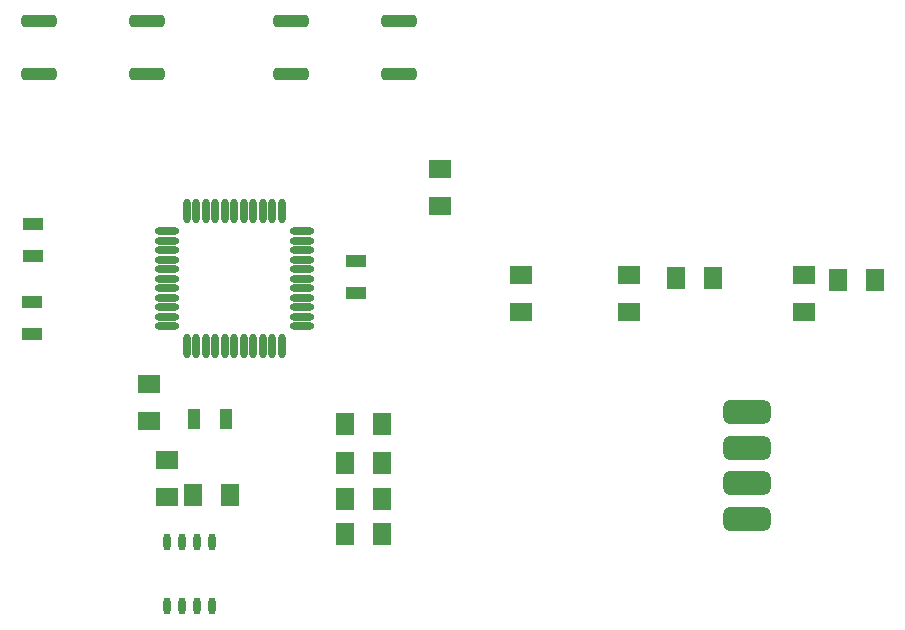
<source format=gtp>
%FSTAX24Y24*%
%MOIN*%
%SFA1B1*%

%IPPOS*%
%AMD10*
4,1,8,-0.059000,-0.039300,0.059000,-0.039300,0.078700,-0.019600,0.078700,0.019600,0.059000,0.039300,-0.059000,0.039300,-0.078700,0.019600,-0.078700,-0.019600,-0.059000,-0.039300,0.0*
1,1,0.039400,-0.059000,-0.019600*
1,1,0.039400,0.059000,-0.019600*
1,1,0.039400,0.059000,0.019600*
1,1,0.039400,-0.059000,0.019600*
%
%AMD18*
4,1,8,-0.049200,-0.019700,0.049200,-0.019700,0.059000,-0.009900,0.059000,0.009900,0.049200,0.019700,-0.049200,0.019700,-0.059000,0.009900,-0.059000,-0.009900,-0.049200,-0.019700,0.0*
1,1,0.019600,-0.049200,-0.009900*
1,1,0.019600,0.049200,-0.009900*
1,1,0.019600,0.049200,0.009900*
1,1,0.019600,-0.049200,0.009900*
%
G04~CAMADD=10~8~0.0~0.0~1575.0~787.0~197.0~0.0~15~0.0~0.0~0.0~0.0~0~0.0~0.0~0.0~0.0~0~0.0~0.0~0.0~180.0~1574.0~786.0*
%ADD10D10*%
%ADD11R,0.059100X0.074800*%
%ADD12R,0.074800X0.059100*%
%ADD13O,0.023600X0.057100*%
%ADD14R,0.066900X0.043300*%
%ADD15R,0.043300X0.066900*%
%ADD16O,0.080700X0.023600*%
%ADD17O,0.023600X0.080700*%
G04~CAMADD=18~8~0.0~0.0~1181.0~394.0~98.0~0.0~15~0.0~0.0~0.0~0.0~0~0.0~0.0~0.0~0.0~0~0.0~0.0~0.0~180.0~1180.0~393.0*
%ADD18D18*%
%LNpcb181216ver1-1*%
%LPD*%
G54D10*
X031228Y015273D03*
Y014073D03*
Y011711D03*
Y012911D03*
G54D11*
X012768Y012523D03*
X013988D03*
X019038Y011223D03*
X017818D03*
X019038Y012373D03*
X017818D03*
X019038Y013573D03*
X017818D03*
X019038Y014873D03*
X017818D03*
X028868Y019755D03*
X030088D03*
X034268Y019673D03*
X035488D03*
G54D12*
X011878Y012463D03*
Y013683D03*
X011299Y01498D03*
Y016201D03*
X027278Y019833D03*
Y018613D03*
X033128Y019833D03*
Y018613D03*
X020978Y022163D03*
Y023383D03*
X023678Y019833D03*
Y018613D03*
G54D13*
X013397Y010946D03*
X012897D03*
X012397D03*
X011897D03*
X013397Y0088D03*
X012897D03*
X012397D03*
X011897D03*
G54D14*
X018178Y019242D03*
Y020305D03*
X007428Y020492D03*
Y021555D03*
X007378Y018955D03*
Y017892D03*
G54D15*
X013859Y015052D03*
X012796D03*
G54D16*
X011884Y021298D03*
Y020983D03*
Y020668D03*
Y020353D03*
Y020038D03*
Y019723D03*
Y019408D03*
Y019093D03*
Y018778D03*
Y018463D03*
Y018148D03*
X016372D03*
Y018463D03*
Y018778D03*
Y019093D03*
Y019408D03*
Y019723D03*
Y020038D03*
Y020353D03*
Y020668D03*
Y020983D03*
Y021298D03*
G54D17*
X012553Y017479D03*
X012868D03*
X013183D03*
X013498D03*
X013813D03*
X014128D03*
X014443D03*
X014758D03*
X015073D03*
X015388D03*
X015703D03*
Y021967D03*
X015388D03*
X015073D03*
X014758D03*
X014443D03*
X014128D03*
X013813D03*
X013498D03*
X013183D03*
X012868D03*
X012553D03*
G54D18*
X019628Y028309D03*
Y026537D03*
X016028Y028309D03*
Y026537D03*
X007628D03*
Y028309D03*
X011228Y026537D03*
Y028309D03*
M02*
</source>
